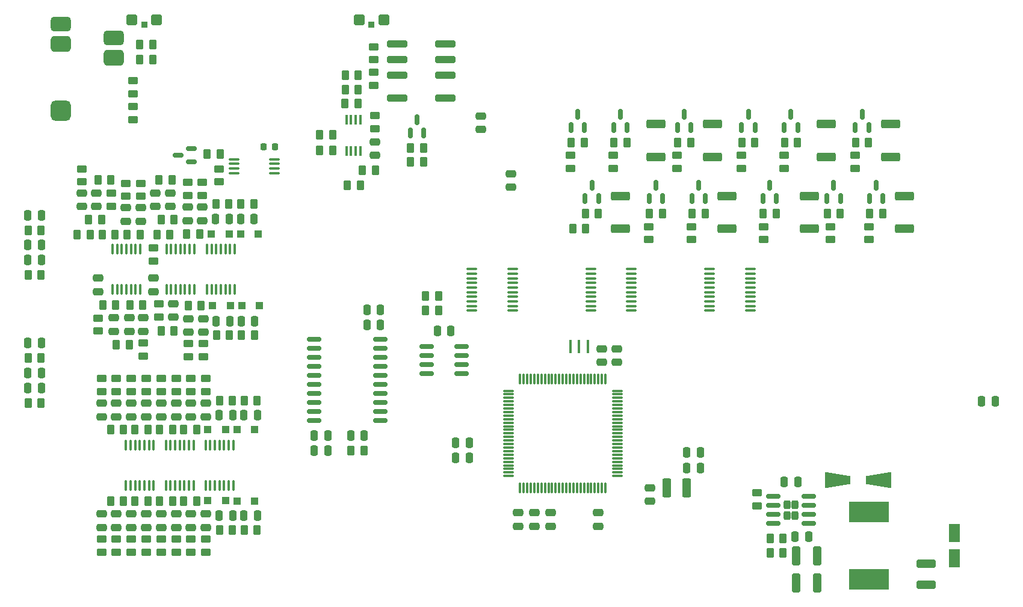
<source format=gtp>
%TF.GenerationSoftware,KiCad,Pcbnew,(6.0.2)*%
%TF.CreationDate,2022-08-07T22:17:39-07:00*%
%TF.ProjectId,LightDrum,4c696768-7444-4727-956d-2e6b69636164,rev?*%
%TF.SameCoordinates,Original*%
%TF.FileFunction,Paste,Top*%
%TF.FilePolarity,Positive*%
%FSLAX46Y46*%
G04 Gerber Fmt 4.6, Leading zero omitted, Abs format (unit mm)*
G04 Created by KiCad (PCBNEW (6.0.2)) date 2022-08-07 22:17:39*
%MOMM*%
%LPD*%
G01*
G04 APERTURE LIST*
G04 Aperture macros list*
%AMRoundRect*
0 Rectangle with rounded corners*
0 $1 Rounding radius*
0 $2 $3 $4 $5 $6 $7 $8 $9 X,Y pos of 4 corners*
0 Add a 4 corners polygon primitive as box body*
4,1,4,$2,$3,$4,$5,$6,$7,$8,$9,$2,$3,0*
0 Add four circle primitives for the rounded corners*
1,1,$1+$1,$2,$3*
1,1,$1+$1,$4,$5*
1,1,$1+$1,$6,$7*
1,1,$1+$1,$8,$9*
0 Add four rect primitives between the rounded corners*
20,1,$1+$1,$2,$3,$4,$5,0*
20,1,$1+$1,$4,$5,$6,$7,0*
20,1,$1+$1,$6,$7,$8,$9,0*
20,1,$1+$1,$8,$9,$2,$3,0*%
%AMOutline4P*
0 Free polygon, 4 corners , with rotation*
0 The origin of the aperture is its center*
0 number of corners: always 4*
0 $1 to $8 corner X, Y*
0 $9 Rotation angle, in degrees counterclockwise*
0 create outline with 4 corners*
4,1,4,$1,$2,$3,$4,$5,$6,$7,$8,$1,$2,$9*%
G04 Aperture macros list end*
%ADD10RoundRect,0.250000X-0.450000X0.262500X-0.450000X-0.262500X0.450000X-0.262500X0.450000X0.262500X0*%
%ADD11RoundRect,0.250000X-0.262500X-0.450000X0.262500X-0.450000X0.262500X0.450000X-0.262500X0.450000X0*%
%ADD12RoundRect,0.250000X-0.475000X0.250000X-0.475000X-0.250000X0.475000X-0.250000X0.475000X0.250000X0*%
%ADD13RoundRect,0.250000X-0.250000X-0.475000X0.250000X-0.475000X0.250000X0.475000X-0.250000X0.475000X0*%
%ADD14RoundRect,0.250000X0.475000X-0.250000X0.475000X0.250000X-0.475000X0.250000X-0.475000X-0.250000X0*%
%ADD15RoundRect,0.250000X0.450000X-0.262500X0.450000X0.262500X-0.450000X0.262500X-0.450000X-0.262500X0*%
%ADD16RoundRect,0.250000X0.250000X0.475000X-0.250000X0.475000X-0.250000X-0.475000X0.250000X-0.475000X0*%
%ADD17RoundRect,0.250000X1.075000X-0.362500X1.075000X0.362500X-1.075000X0.362500X-1.075000X-0.362500X0*%
%ADD18RoundRect,0.250000X-0.325000X-1.100000X0.325000X-1.100000X0.325000X1.100000X-0.325000X1.100000X0*%
%ADD19R,5.600000X3.000000*%
%ADD20RoundRect,0.240000X-0.240000X-0.385000X0.240000X-0.385000X0.240000X0.385000X-0.240000X0.385000X0*%
%ADD21RoundRect,0.150000X-0.825000X-0.150000X0.825000X-0.150000X0.825000X0.150000X-0.825000X0.150000X0*%
%ADD22RoundRect,0.250000X0.262500X0.450000X-0.262500X0.450000X-0.262500X-0.450000X0.262500X-0.450000X0*%
%ADD23RoundRect,0.150000X0.150000X-0.587500X0.150000X0.587500X-0.150000X0.587500X-0.150000X-0.587500X0*%
%ADD24RoundRect,0.100000X0.100000X-0.637500X0.100000X0.637500X-0.100000X0.637500X-0.100000X-0.637500X0*%
%ADD25RoundRect,0.250000X0.375000X1.075000X-0.375000X1.075000X-0.375000X-1.075000X0.375000X-1.075000X0*%
%ADD26RoundRect,0.150000X0.587500X0.150000X-0.587500X0.150000X-0.587500X-0.150000X0.587500X-0.150000X0*%
%ADD27RoundRect,0.250000X0.550000X-1.050000X0.550000X1.050000X-0.550000X1.050000X-0.550000X-1.050000X0*%
%ADD28RoundRect,0.100000X0.637500X0.100000X-0.637500X0.100000X-0.637500X-0.100000X0.637500X-0.100000X0*%
%ADD29RoundRect,0.075000X0.662500X0.075000X-0.662500X0.075000X-0.662500X-0.075000X0.662500X-0.075000X0*%
%ADD30RoundRect,0.075000X0.075000X0.662500X-0.075000X0.662500X-0.075000X-0.662500X0.075000X-0.662500X0*%
%ADD31R,1.000000X1.000000*%
%ADD32RoundRect,0.250000X-1.100000X0.325000X-1.100000X-0.325000X1.100000X-0.325000X1.100000X0.325000X0*%
%ADD33R,0.450000X1.450000*%
%ADD34RoundRect,0.100000X-0.637500X-0.100000X0.637500X-0.100000X0.637500X0.100000X-0.637500X0.100000X0*%
%ADD35RoundRect,0.150000X-0.875000X-0.150000X0.875000X-0.150000X0.875000X0.150000X-0.875000X0.150000X0*%
%ADD36R,0.400000X1.900000*%
%ADD37RoundRect,0.225000X0.225000X0.250000X-0.225000X0.250000X-0.225000X-0.250000X0.225000X-0.250000X0*%
%ADD38RoundRect,0.250000X-1.180000X0.250000X-1.180000X-0.250000X1.180000X-0.250000X1.180000X0.250000X0*%
%ADD39RoundRect,0.250000X-1.200000X0.250000X-1.200000X-0.250000X1.200000X-0.250000X1.200000X0.250000X0*%
%ADD40RoundRect,0.225000X0.525000X-0.525000X0.525000X0.525000X-0.525000X0.525000X-0.525000X-0.525000X0*%
%ADD41RoundRect,0.135000X0.315000X-0.315000X0.315000X0.315000X-0.315000X0.315000X-0.315000X-0.315000X0*%
%ADD42Outline4P,-1.800000X-1.150000X1.800000X-0.550000X1.800000X0.550000X-1.800000X1.150000X0.000000*%
%ADD43Outline4P,-1.800000X-1.150000X1.800000X-0.550000X1.800000X0.550000X-1.800000X1.150000X180.000000*%
%ADD44RoundRect,0.440000X-0.960000X0.660000X-0.960000X-0.660000X0.960000X-0.660000X0.960000X0.660000X0*%
%ADD45RoundRect,0.400000X-1.000000X0.600000X-1.000000X-0.600000X1.000000X-0.600000X1.000000X0.600000X0*%
%ADD46RoundRect,0.560000X-0.840000X0.840000X-0.840000X-0.840000X0.840000X-0.840000X0.840000X0.840000X0*%
G04 APERTURE END LIST*
D10*
X91500000Y-48487500D03*
X91500000Y-50312500D03*
X54400000Y-59387500D03*
X54400000Y-61212500D03*
D11*
X69587500Y-88600000D03*
X71412500Y-88600000D03*
D12*
X52300000Y-59350000D03*
X52300000Y-61250000D03*
D11*
X67887500Y-53900000D03*
X69712500Y-53900000D03*
X119096500Y-52247000D03*
X120921500Y-52247000D03*
D13*
X42650000Y-80500000D03*
X44550000Y-80500000D03*
D14*
X63500000Y-106450000D03*
X63500000Y-104550000D03*
D15*
X125009000Y-55879500D03*
X125009000Y-54054500D03*
D11*
X87287500Y-44800000D03*
X89112500Y-44800000D03*
X69587500Y-106800000D03*
X71412500Y-106800000D03*
X58387500Y-38500000D03*
X60212500Y-38500000D03*
D16*
X84850000Y-93500000D03*
X82950000Y-93500000D03*
D17*
X139000000Y-54312500D03*
X139000000Y-49687500D03*
D14*
X58900000Y-78850000D03*
X58900000Y-76950000D03*
D18*
X150725000Y-110400000D03*
X153675000Y-110400000D03*
D17*
X164000000Y-54312500D03*
X164000000Y-49687500D03*
D14*
X52500000Y-73250000D03*
X52500000Y-71350000D03*
D12*
X58500000Y-61450000D03*
X58500000Y-63350000D03*
D15*
X130009000Y-65912500D03*
X130009000Y-64087500D03*
X143009000Y-55879500D03*
X143009000Y-54054500D03*
X146141000Y-65912500D03*
X146141000Y-64087500D03*
D19*
X161000000Y-104250000D03*
X161000000Y-113750000D03*
D14*
X65600000Y-106450000D03*
X65600000Y-104550000D03*
D20*
X149430000Y-104750000D03*
X150570000Y-104750000D03*
X150570000Y-103250000D03*
X149430000Y-103250000D03*
D21*
X147525000Y-102095000D03*
X147525000Y-103365000D03*
X147525000Y-104635000D03*
X147525000Y-105905000D03*
X152475000Y-105905000D03*
X152475000Y-104635000D03*
X152475000Y-103365000D03*
X152475000Y-102095000D03*
D10*
X57400000Y-43587500D03*
X57400000Y-45412500D03*
D11*
X98587500Y-75900000D03*
X100412500Y-75900000D03*
D12*
X61400000Y-88950000D03*
X61400000Y-90850000D03*
D10*
X56400000Y-57987500D03*
X56400000Y-59812500D03*
D22*
X62612500Y-65200000D03*
X60787500Y-65200000D03*
D10*
X53000000Y-85487500D03*
X53000000Y-87312500D03*
D23*
X143059000Y-50184500D03*
X144959000Y-50184500D03*
X144009000Y-48309500D03*
D12*
X63100000Y-74950000D03*
X63100000Y-76850000D03*
X130200000Y-100850000D03*
X130200000Y-102750000D03*
D22*
X74912500Y-106800000D03*
X73087500Y-106800000D03*
D14*
X53000000Y-106450000D03*
X53000000Y-104550000D03*
D12*
X65600000Y-88950000D03*
X65600000Y-90850000D03*
D24*
X54550000Y-72962500D03*
X55200000Y-72962500D03*
X55850000Y-72962500D03*
X56500000Y-72962500D03*
X57150000Y-72962500D03*
X57800000Y-72962500D03*
X58450000Y-72962500D03*
X58450000Y-67237500D03*
X57800000Y-67237500D03*
X57150000Y-67237500D03*
X56500000Y-67237500D03*
X55850000Y-67237500D03*
X55200000Y-67237500D03*
X54550000Y-67237500D03*
D11*
X42687500Y-70900000D03*
X44512500Y-70900000D03*
D10*
X65100000Y-57887500D03*
X65100000Y-59712500D03*
D22*
X44512500Y-82600000D03*
X42687500Y-82600000D03*
D15*
X55100000Y-109912500D03*
X55100000Y-108087500D03*
D25*
X135350000Y-100850000D03*
X132550000Y-100850000D03*
D15*
X155600000Y-65912500D03*
X155600000Y-64087500D03*
D12*
X62700000Y-59350000D03*
X62700000Y-61250000D03*
D11*
X57687500Y-92700000D03*
X59512500Y-92700000D03*
D26*
X65637500Y-55000000D03*
X65637500Y-53100000D03*
X63762500Y-54050000D03*
D15*
X161000000Y-65912500D03*
X161000000Y-64087500D03*
X65600000Y-109912500D03*
X65600000Y-108087500D03*
D27*
X173000000Y-110800000D03*
X173000000Y-107200000D03*
D11*
X65187500Y-75200000D03*
X67012500Y-75200000D03*
D12*
X55100000Y-88950000D03*
X55100000Y-90850000D03*
D16*
X74950000Y-90600000D03*
X73050000Y-90600000D03*
D11*
X159096500Y-52247000D03*
X160921500Y-52247000D03*
D12*
X53000000Y-88950000D03*
X53000000Y-90850000D03*
D22*
X89912500Y-95600000D03*
X88087500Y-95600000D03*
D10*
X59300000Y-85487500D03*
X59300000Y-87312500D03*
D13*
X135350000Y-98100000D03*
X137250000Y-98100000D03*
D22*
X53012500Y-63100000D03*
X51187500Y-63100000D03*
D15*
X57400000Y-49012500D03*
X57400000Y-47187500D03*
D13*
X69550000Y-104800000D03*
X71450000Y-104800000D03*
D11*
X64587500Y-102700000D03*
X66412500Y-102700000D03*
X96487500Y-55000000D03*
X98312500Y-55000000D03*
D15*
X91300000Y-44212500D03*
X91300000Y-42387500D03*
X60300000Y-68912500D03*
X60300000Y-67087500D03*
D11*
X134096500Y-52247000D03*
X135921500Y-52247000D03*
D28*
X127563000Y-75925000D03*
X127563000Y-75275000D03*
X127563000Y-74625000D03*
X127563000Y-73975000D03*
X127563000Y-73325000D03*
X127563000Y-72675000D03*
X127563000Y-72025000D03*
X127563000Y-71375000D03*
X127563000Y-70725000D03*
X127563000Y-70075000D03*
X121838000Y-70075000D03*
X121838000Y-70725000D03*
X121838000Y-71375000D03*
X121838000Y-72025000D03*
X121838000Y-72675000D03*
X121838000Y-73325000D03*
X121838000Y-73975000D03*
X121838000Y-74625000D03*
X121838000Y-75275000D03*
X121838000Y-75925000D03*
D15*
X91300000Y-40612500D03*
X91300000Y-38787500D03*
D16*
X84850000Y-95600000D03*
X82950000Y-95600000D03*
D12*
X60600000Y-59350000D03*
X60600000Y-61250000D03*
D28*
X144263500Y-75925000D03*
X144263500Y-75275000D03*
X144263500Y-74625000D03*
X144263500Y-73975000D03*
X144263500Y-73325000D03*
X144263500Y-72675000D03*
X144263500Y-72025000D03*
X144263500Y-71375000D03*
X144263500Y-70725000D03*
X144263500Y-70075000D03*
X138538500Y-70075000D03*
X138538500Y-70725000D03*
X138538500Y-71375000D03*
X138538500Y-72025000D03*
X138538500Y-72675000D03*
X138538500Y-73325000D03*
X138538500Y-73975000D03*
X138538500Y-74625000D03*
X138538500Y-75275000D03*
X138538500Y-75925000D03*
D21*
X98725000Y-80995000D03*
X98725000Y-82265000D03*
X98725000Y-83535000D03*
X98725000Y-84805000D03*
X103675000Y-84805000D03*
X103675000Y-83535000D03*
X103675000Y-82265000D03*
X103675000Y-80995000D03*
D16*
X44550000Y-68800000D03*
X42650000Y-68800000D03*
D13*
X69050000Y-63000000D03*
X70950000Y-63000000D03*
D12*
X65100000Y-61350000D03*
X65100000Y-63250000D03*
D22*
X54312500Y-57500000D03*
X52487500Y-57500000D03*
D11*
X83687500Y-51200000D03*
X85512500Y-51200000D03*
X147087500Y-110000000D03*
X148912500Y-110000000D03*
D23*
X121059000Y-60184500D03*
X122959000Y-60184500D03*
X122009000Y-58309500D03*
D29*
X125562500Y-99200000D03*
X125562500Y-98700000D03*
X125562500Y-98200000D03*
X125562500Y-97700000D03*
X125562500Y-97200000D03*
X125562500Y-96700000D03*
X125562500Y-96200000D03*
X125562500Y-95700000D03*
X125562500Y-95200000D03*
X125562500Y-94700000D03*
X125562500Y-94200000D03*
X125562500Y-93700000D03*
X125562500Y-93200000D03*
X125562500Y-92700000D03*
X125562500Y-92200000D03*
X125562500Y-91700000D03*
X125562500Y-91200000D03*
X125562500Y-90700000D03*
X125562500Y-90200000D03*
X125562500Y-89700000D03*
X125562500Y-89200000D03*
X125562500Y-88700000D03*
X125562500Y-88200000D03*
X125562500Y-87700000D03*
X125562500Y-87200000D03*
D30*
X123900000Y-85537500D03*
X123400000Y-85537500D03*
X122900000Y-85537500D03*
X122400000Y-85537500D03*
X121900000Y-85537500D03*
X121400000Y-85537500D03*
X120900000Y-85537500D03*
X120400000Y-85537500D03*
X119900000Y-85537500D03*
X119400000Y-85537500D03*
X118900000Y-85537500D03*
X118400000Y-85537500D03*
X117900000Y-85537500D03*
X117400000Y-85537500D03*
X116900000Y-85537500D03*
X116400000Y-85537500D03*
X115900000Y-85537500D03*
X115400000Y-85537500D03*
X114900000Y-85537500D03*
X114400000Y-85537500D03*
X113900000Y-85537500D03*
X113400000Y-85537500D03*
X112900000Y-85537500D03*
X112400000Y-85537500D03*
X111900000Y-85537500D03*
D29*
X110237500Y-87200000D03*
X110237500Y-87700000D03*
X110237500Y-88200000D03*
X110237500Y-88700000D03*
X110237500Y-89200000D03*
X110237500Y-89700000D03*
X110237500Y-90200000D03*
X110237500Y-90700000D03*
X110237500Y-91200000D03*
X110237500Y-91700000D03*
X110237500Y-92200000D03*
X110237500Y-92700000D03*
X110237500Y-93200000D03*
X110237500Y-93700000D03*
X110237500Y-94200000D03*
X110237500Y-94700000D03*
X110237500Y-95200000D03*
X110237500Y-95700000D03*
X110237500Y-96200000D03*
X110237500Y-96700000D03*
X110237500Y-97200000D03*
X110237500Y-97700000D03*
X110237500Y-98200000D03*
X110237500Y-98700000D03*
X110237500Y-99200000D03*
D30*
X111900000Y-100862500D03*
X112400000Y-100862500D03*
X112900000Y-100862500D03*
X113400000Y-100862500D03*
X113900000Y-100862500D03*
X114400000Y-100862500D03*
X114900000Y-100862500D03*
X115400000Y-100862500D03*
X115900000Y-100862500D03*
X116400000Y-100862500D03*
X116900000Y-100862500D03*
X117400000Y-100862500D03*
X117900000Y-100862500D03*
X118400000Y-100862500D03*
X118900000Y-100862500D03*
X119400000Y-100862500D03*
X119900000Y-100862500D03*
X120400000Y-100862500D03*
X120900000Y-100862500D03*
X121400000Y-100862500D03*
X121900000Y-100862500D03*
X122400000Y-100862500D03*
X122900000Y-100862500D03*
X123400000Y-100862500D03*
X123900000Y-100862500D03*
D15*
X61100000Y-76812500D03*
X61100000Y-74987500D03*
D14*
X57200000Y-106450000D03*
X57200000Y-104550000D03*
D10*
X58500000Y-57987500D03*
X58500000Y-59812500D03*
D31*
X67950000Y-102680000D03*
X70450000Y-102680000D03*
D32*
X169000000Y-111525000D03*
X169000000Y-114475000D03*
D14*
X67300000Y-78950000D03*
X67300000Y-77050000D03*
D17*
X152600000Y-64412500D03*
X152600000Y-59787500D03*
D33*
X87469000Y-53422000D03*
X88119000Y-53422000D03*
X88769000Y-53422000D03*
X89419000Y-53422000D03*
X89419000Y-49022000D03*
X88769000Y-49022000D03*
X88119000Y-49022000D03*
X87469000Y-49022000D03*
D22*
X62912500Y-57500000D03*
X61087500Y-57500000D03*
D28*
X110862500Y-75925000D03*
X110862500Y-75275000D03*
X110862500Y-74625000D03*
X110862500Y-73975000D03*
X110862500Y-73325000D03*
X110862500Y-72675000D03*
X110862500Y-72025000D03*
X110862500Y-71375000D03*
X110862500Y-70725000D03*
X110862500Y-70075000D03*
X105137500Y-70075000D03*
X105137500Y-70725000D03*
X105137500Y-71375000D03*
X105137500Y-72025000D03*
X105137500Y-72675000D03*
X105137500Y-73325000D03*
X105137500Y-73975000D03*
X105137500Y-74625000D03*
X105137500Y-75275000D03*
X105137500Y-75925000D03*
D13*
X149050000Y-100000000D03*
X150950000Y-100000000D03*
D12*
X57200000Y-88950000D03*
X57200000Y-90850000D03*
D15*
X63500000Y-109912500D03*
X63500000Y-108087500D03*
D12*
X56400000Y-61450000D03*
X56400000Y-63350000D03*
D22*
X74412500Y-60900000D03*
X72587500Y-60900000D03*
D17*
X166000000Y-64412500D03*
X166000000Y-59787500D03*
D23*
X134059000Y-50184500D03*
X135959000Y-50184500D03*
X135009000Y-48309500D03*
D11*
X57687500Y-102700000D03*
X59512500Y-102700000D03*
D16*
X74450000Y-63000000D03*
X72550000Y-63000000D03*
D23*
X155059000Y-60184500D03*
X156959000Y-60184500D03*
X156009000Y-58309500D03*
D13*
X42650000Y-66700000D03*
X44550000Y-66700000D03*
D10*
X63500000Y-85487500D03*
X63500000Y-87312500D03*
D14*
X59300000Y-106450000D03*
X59300000Y-104550000D03*
D12*
X54700000Y-76950000D03*
X54700000Y-78850000D03*
D11*
X143096500Y-52247000D03*
X144921500Y-52247000D03*
D15*
X134009000Y-55879500D03*
X134009000Y-54054500D03*
D12*
X67700000Y-88950000D03*
X67700000Y-90850000D03*
D11*
X83687500Y-53400000D03*
X85512500Y-53400000D03*
D31*
X68650000Y-75200000D03*
X71150000Y-75200000D03*
D34*
X71637500Y-54625000D03*
X71637500Y-55275000D03*
X71637500Y-55925000D03*
X71637500Y-56575000D03*
X77362500Y-56575000D03*
X77362500Y-55925000D03*
X77362500Y-55275000D03*
X77362500Y-54625000D03*
D11*
X87287500Y-42800000D03*
X89112500Y-42800000D03*
D15*
X57193000Y-109912500D03*
X57193000Y-108087500D03*
D23*
X119059000Y-50184500D03*
X120959000Y-50184500D03*
X120009000Y-48309500D03*
D17*
X131000000Y-54312500D03*
X131000000Y-49687500D03*
D10*
X57200000Y-85487500D03*
X57200000Y-87312500D03*
D12*
X91500000Y-52150000D03*
X91500000Y-54050000D03*
D23*
X149059000Y-50184500D03*
X150959000Y-50184500D03*
X150009000Y-48309500D03*
D11*
X42687500Y-88900000D03*
X44512500Y-88900000D03*
X55087500Y-80700000D03*
X56912500Y-80700000D03*
D23*
X146059000Y-60184500D03*
X147959000Y-60184500D03*
X147009000Y-58309500D03*
D11*
X98587500Y-73900000D03*
X100412500Y-73900000D03*
D12*
X59300000Y-88950000D03*
X59300000Y-90850000D03*
D14*
X55100000Y-106450000D03*
X55100000Y-104550000D03*
D24*
X62050000Y-100562500D03*
X62700000Y-100562500D03*
X63350000Y-100562500D03*
X64000000Y-100562500D03*
X64650000Y-100562500D03*
X65300000Y-100562500D03*
X65950000Y-100562500D03*
X65950000Y-94837500D03*
X65300000Y-94837500D03*
X64650000Y-94837500D03*
X64000000Y-94837500D03*
X63350000Y-94837500D03*
X62700000Y-94837500D03*
X62050000Y-94837500D03*
D22*
X74912500Y-88600000D03*
X73087500Y-88600000D03*
X63012500Y-102700000D03*
X61187500Y-102700000D03*
D10*
X55100000Y-85487500D03*
X55100000Y-87312500D03*
D11*
X136096500Y-62247000D03*
X137921500Y-62247000D03*
D16*
X89950000Y-93500000D03*
X88050000Y-93500000D03*
X74950000Y-104800000D03*
X73050000Y-104800000D03*
D14*
X56900000Y-78850000D03*
X56900000Y-76950000D03*
D23*
X96450000Y-50937500D03*
X98350000Y-50937500D03*
X97400000Y-49062500D03*
D15*
X135981000Y-65912500D03*
X135981000Y-64087500D03*
D31*
X75050000Y-65100000D03*
X72550000Y-65100000D03*
D15*
X145200000Y-103412500D03*
X145200000Y-101587500D03*
D14*
X65200000Y-78950000D03*
X65200000Y-77050000D03*
D11*
X155096500Y-62247000D03*
X156921500Y-62247000D03*
D35*
X82950000Y-79985000D03*
X82950000Y-81255000D03*
X82950000Y-82525000D03*
X82950000Y-83795000D03*
X82950000Y-85065000D03*
X82950000Y-86335000D03*
X82950000Y-87605000D03*
X82950000Y-88875000D03*
X82950000Y-90145000D03*
X82950000Y-91415000D03*
X92250000Y-91415000D03*
X92250000Y-90145000D03*
X92250000Y-88875000D03*
X92250000Y-87605000D03*
X92250000Y-86335000D03*
X92250000Y-85065000D03*
X92250000Y-83795000D03*
X92250000Y-82525000D03*
X92250000Y-81255000D03*
X92250000Y-79985000D03*
D13*
X42650000Y-84700000D03*
X44550000Y-84700000D03*
D15*
X59300000Y-109912500D03*
X59300000Y-108087500D03*
D12*
X63500000Y-88950000D03*
X63500000Y-90850000D03*
D11*
X125096500Y-52247000D03*
X126921500Y-52247000D03*
D16*
X92250000Y-77900000D03*
X90350000Y-77900000D03*
D12*
X67200000Y-61350000D03*
X67200000Y-63250000D03*
D22*
X63212500Y-63100000D03*
X61387500Y-63100000D03*
D23*
X130059000Y-60184500D03*
X131959000Y-60184500D03*
X131009000Y-58309500D03*
D16*
X92250000Y-75800000D03*
X90350000Y-75800000D03*
D24*
X56450000Y-100562500D03*
X57100000Y-100562500D03*
X57750000Y-100562500D03*
X58400000Y-100562500D03*
X59050000Y-100562500D03*
X59700000Y-100562500D03*
X60350000Y-100562500D03*
X60350000Y-94837500D03*
X59700000Y-94837500D03*
X59050000Y-94837500D03*
X58400000Y-94837500D03*
X57750000Y-94837500D03*
X57100000Y-94837500D03*
X56450000Y-94837500D03*
D22*
X56112500Y-92700000D03*
X54287500Y-92700000D03*
D24*
X67650000Y-100562500D03*
X68300000Y-100562500D03*
X68950000Y-100562500D03*
X69600000Y-100562500D03*
X70250000Y-100562500D03*
X70900000Y-100562500D03*
X71550000Y-100562500D03*
X71550000Y-94837500D03*
X70900000Y-94837500D03*
X70250000Y-94837500D03*
X69600000Y-94837500D03*
X68950000Y-94837500D03*
X68300000Y-94837500D03*
X67650000Y-94837500D03*
D22*
X54912500Y-65200000D03*
X53087500Y-65200000D03*
D15*
X52500000Y-78812500D03*
X52500000Y-76987500D03*
D11*
X121096500Y-62247000D03*
X122921500Y-62247000D03*
D14*
X61400000Y-106450000D03*
X61400000Y-104550000D03*
D22*
X51412500Y-65200000D03*
X49587500Y-65200000D03*
D13*
X176850000Y-88700000D03*
X178750000Y-88700000D03*
D23*
X125059000Y-50189500D03*
X126959000Y-50189500D03*
X126009000Y-48314500D03*
D31*
X74550000Y-92700000D03*
X72050000Y-92700000D03*
D22*
X56112500Y-102700000D03*
X54287500Y-102700000D03*
D16*
X44550000Y-86800000D03*
X42650000Y-86800000D03*
D15*
X53000000Y-109912500D03*
X53000000Y-108087500D03*
D11*
X161096500Y-62247000D03*
X162921500Y-62247000D03*
D13*
X69150000Y-77400000D03*
X71050000Y-77400000D03*
D11*
X64987500Y-65100000D03*
X66812500Y-65100000D03*
D13*
X150600000Y-107750000D03*
X152500000Y-107750000D03*
D11*
X64587500Y-92700000D03*
X66412500Y-92700000D03*
D22*
X74512500Y-79400000D03*
X72687500Y-79400000D03*
D11*
X61387500Y-78800000D03*
X63212500Y-78800000D03*
D36*
X119000000Y-81000000D03*
X120200000Y-81000000D03*
X121400000Y-81000000D03*
D11*
X56587500Y-65200000D03*
X58412500Y-65200000D03*
D10*
X67700000Y-85487500D03*
X67700000Y-87312500D03*
D15*
X119009000Y-55879500D03*
X119009000Y-54054500D03*
D11*
X119287500Y-64400000D03*
X121112500Y-64400000D03*
X69087500Y-60900000D03*
X70912500Y-60900000D03*
D23*
X136059000Y-60122000D03*
X137959000Y-60122000D03*
X137009000Y-58247000D03*
D13*
X42650000Y-62500000D03*
X44550000Y-62500000D03*
D31*
X68450000Y-65100000D03*
X70950000Y-65100000D03*
D10*
X50200000Y-55987500D03*
X50200000Y-57812500D03*
D13*
X135350000Y-95900000D03*
X137250000Y-95900000D03*
D24*
X62150000Y-72962500D03*
X62800000Y-72962500D03*
X63450000Y-72962500D03*
X64100000Y-72962500D03*
X64750000Y-72962500D03*
X65400000Y-72962500D03*
X66050000Y-72962500D03*
X66050000Y-67237500D03*
X65400000Y-67237500D03*
X64750000Y-67237500D03*
X64100000Y-67237500D03*
X63450000Y-67237500D03*
X62800000Y-67237500D03*
X62150000Y-67237500D03*
D10*
X61400000Y-85487500D03*
X61400000Y-87312500D03*
D14*
X110600000Y-58550000D03*
X110600000Y-56650000D03*
D22*
X60212500Y-40600000D03*
X58387500Y-40600000D03*
D12*
X122900000Y-104350000D03*
X122900000Y-106250000D03*
D17*
X141000000Y-64412500D03*
X141000000Y-59787500D03*
D15*
X67300000Y-82412500D03*
X67300000Y-80587500D03*
D23*
X159059000Y-50184500D03*
X160959000Y-50184500D03*
X160009000Y-48309500D03*
D15*
X65200000Y-82412500D03*
X65200000Y-80587500D03*
D22*
X148912500Y-108000000D03*
X147087500Y-108000000D03*
D11*
X130096500Y-62247000D03*
X131921500Y-62247000D03*
D15*
X69500000Y-57812500D03*
X69500000Y-55987500D03*
D14*
X67700000Y-106450000D03*
X67700000Y-104550000D03*
D24*
X67850000Y-72962500D03*
X68500000Y-72962500D03*
X69150000Y-72962500D03*
X69800000Y-72962500D03*
X70450000Y-72962500D03*
X71100000Y-72962500D03*
X71750000Y-72962500D03*
X71750000Y-67237500D03*
X71100000Y-67237500D03*
X70450000Y-67237500D03*
X69800000Y-67237500D03*
X69150000Y-67237500D03*
X68500000Y-67237500D03*
X67850000Y-67237500D03*
D31*
X67950000Y-92700000D03*
X70450000Y-92700000D03*
D16*
X104750000Y-96650000D03*
X102850000Y-96650000D03*
D11*
X146096500Y-62247000D03*
X147921500Y-62247000D03*
D37*
X77375000Y-52900000D03*
X75825000Y-52900000D03*
D38*
X94630000Y-46000000D03*
D39*
X101370000Y-46000000D03*
X101370000Y-40600000D03*
X94630000Y-40600000D03*
X101370000Y-42800000D03*
X94630000Y-42800000D03*
X101370000Y-38400000D03*
X94630000Y-38400000D03*
D18*
X150725000Y-114250000D03*
X153675000Y-114250000D03*
D40*
X92750000Y-35000000D03*
X89250000Y-35000000D03*
D41*
X91000000Y-35650000D03*
D31*
X74550000Y-102700000D03*
X72050000Y-102700000D03*
D22*
X44512500Y-64600000D03*
X42687500Y-64600000D03*
D16*
X74550000Y-77400000D03*
X72650000Y-77400000D03*
D14*
X125500000Y-83200000D03*
X125500000Y-81300000D03*
X60300000Y-73250000D03*
X60300000Y-71350000D03*
D22*
X89412500Y-58300000D03*
X87587500Y-58300000D03*
D12*
X111600000Y-104350000D03*
X111600000Y-106250000D03*
D15*
X159009000Y-55879500D03*
X159009000Y-54054500D03*
D10*
X67200000Y-57887500D03*
X67200000Y-59712500D03*
D42*
X156550000Y-99750000D03*
D43*
X162350000Y-99750000D03*
D15*
X58900000Y-82312500D03*
X58900000Y-80487500D03*
D14*
X123400000Y-83200000D03*
X123400000Y-81300000D03*
D23*
X161059000Y-60184500D03*
X162959000Y-60184500D03*
X162009000Y-58309500D03*
D15*
X67700000Y-109912500D03*
X67700000Y-108087500D03*
D11*
X69187500Y-79400000D03*
X71012500Y-79400000D03*
D12*
X116200000Y-104350000D03*
X116200000Y-106250000D03*
D11*
X96487500Y-53000000D03*
X98312500Y-53000000D03*
D16*
X104750000Y-94550000D03*
X102850000Y-94550000D03*
D14*
X106400000Y-50450000D03*
X106400000Y-48550000D03*
D15*
X149009000Y-55879500D03*
X149009000Y-54054500D03*
X65600000Y-87312500D03*
X65600000Y-85487500D03*
D22*
X63012500Y-92700000D03*
X61187500Y-92700000D03*
D31*
X75250000Y-75200000D03*
X72750000Y-75200000D03*
D12*
X50200000Y-59350000D03*
X50200000Y-61250000D03*
D17*
X126000000Y-64412500D03*
X126000000Y-59787500D03*
D13*
X69550000Y-90600000D03*
X71450000Y-90600000D03*
D17*
X155000000Y-54312500D03*
X155000000Y-49687500D03*
D11*
X56987500Y-75100000D03*
X58812500Y-75100000D03*
X89687500Y-56200000D03*
X91512500Y-56200000D03*
D22*
X89102500Y-46777000D03*
X87277500Y-46777000D03*
D11*
X53187500Y-75100000D03*
X55012500Y-75100000D03*
D15*
X61400000Y-109912500D03*
X61400000Y-108087500D03*
D12*
X113900000Y-104350000D03*
X113900000Y-106250000D03*
D44*
X47300000Y-38400000D03*
X54700000Y-40300000D03*
D45*
X47300000Y-35600000D03*
X54700000Y-37500000D03*
D46*
X47300000Y-47800000D03*
D11*
X149096500Y-52247000D03*
X150921500Y-52247000D03*
D40*
X60750000Y-35000000D03*
X57250000Y-35000000D03*
D41*
X59000000Y-35650000D03*
D16*
X102150000Y-78800000D03*
X100250000Y-78800000D03*
M02*

</source>
